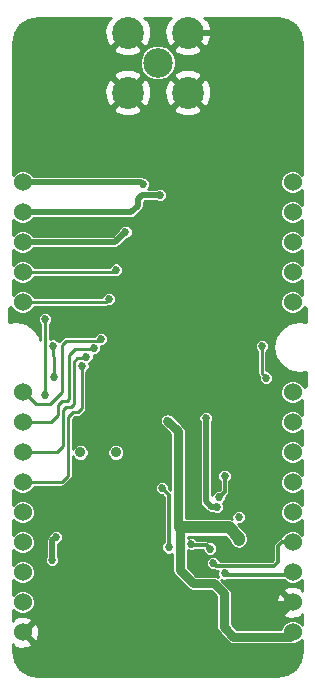
<source format=gbl>
%FSLAX46Y46*%
G04 Gerber Fmt 4.6, Leading zero omitted, Abs format (unit mm)*
G04 Created by KiCad (PCBNEW (2014-jul-16 BZR unknown)-product) date Mon 16 Mar 2015 03:56:46 PM CET*
%MOMM*%
G01*
G04 APERTURE LIST*
%ADD10C,0.150000*%
%ADD11C,1.524000*%
%ADD12C,0.900000*%
%ADD13C,2.499360*%
%ADD14C,2.700020*%
%ADD15C,0.685800*%
%ADD16C,0.762000*%
%ADD17C,1.016000*%
%ADD18C,0.254000*%
%ADD19C,0.508000*%
%ADD20C,0.304800*%
%ADD21C,0.228600*%
G04 APERTURE END LIST*
D10*
D11*
X163520000Y-79530000D03*
X163520000Y-82070000D03*
X163520000Y-84610000D03*
X163520000Y-87150000D03*
X163520000Y-89690000D03*
X163520000Y-97310000D03*
X163520000Y-99850000D03*
X163520000Y-102390000D03*
X163520000Y-104930000D03*
X163520000Y-107470000D03*
X163520000Y-110010000D03*
X163520000Y-112550000D03*
X163520000Y-115090000D03*
X163520000Y-117630000D03*
X186380000Y-79530000D03*
X186380000Y-82070000D03*
X186380000Y-84610000D03*
X186380000Y-87150000D03*
X186380000Y-89690000D03*
X186380000Y-97310000D03*
X186380000Y-99850000D03*
X186380000Y-102390000D03*
X186380000Y-104930000D03*
X186380000Y-107470000D03*
X186380000Y-110010000D03*
X186380000Y-112550000D03*
X186380000Y-115090000D03*
X186380000Y-117630000D03*
D12*
X168410000Y-102410000D03*
X171410000Y-102410000D03*
D13*
X174960000Y-69400000D03*
D14*
X177500000Y-66860000D03*
X172420000Y-66860000D03*
X172420000Y-71940000D03*
X177500000Y-71940000D03*
D15*
X175790000Y-99730000D03*
X176840000Y-108760000D03*
X181834500Y-109810000D03*
X181820000Y-107870000D03*
X169580000Y-93570000D03*
X170140000Y-92790000D03*
X170830000Y-89430000D03*
X171450000Y-86940000D03*
X172230000Y-83740000D03*
X183770000Y-93410000D03*
X184140000Y-96080000D03*
X179650000Y-111770000D03*
X175880000Y-110448198D03*
X175310000Y-105440000D03*
X180620000Y-104390000D03*
X180140000Y-106180000D03*
X179380000Y-110550000D03*
X177770000Y-110160000D03*
X180620000Y-112650000D03*
X166030000Y-111510000D03*
X166320000Y-109580000D03*
X178750000Y-119380000D03*
X171150000Y-119410000D03*
X174950000Y-94890000D03*
X178180000Y-101500000D03*
X183333100Y-109830000D03*
X181834500Y-116900000D03*
X170960000Y-76650000D03*
X172940000Y-76660000D03*
X176960000Y-76660000D03*
X178940000Y-76670000D03*
X172610000Y-113530000D03*
X174550000Y-113520000D03*
X167804500Y-114460000D03*
X172410000Y-120475000D03*
X174960000Y-120475000D03*
X177470000Y-120475000D03*
X175000000Y-108970000D03*
X181890000Y-66870000D03*
X185590000Y-66890000D03*
X185620000Y-70480000D03*
X181890000Y-70590000D03*
X185620000Y-74110000D03*
X185570000Y-77830000D03*
X168350000Y-66830000D03*
X164640000Y-66850000D03*
X164670000Y-70600000D03*
X168400000Y-70600000D03*
X164670000Y-78450000D03*
X164670000Y-74560000D03*
X168920000Y-94300000D03*
X168580000Y-95110000D03*
X165430000Y-97510000D03*
X165410000Y-91120000D03*
X166090000Y-93370000D03*
X166200000Y-96000000D03*
X175150000Y-80630000D03*
X173690000Y-79670000D03*
X179020000Y-99490000D03*
X180000000Y-107020000D03*
D16*
X184190000Y-118010000D02*
X186000000Y-118010000D01*
X186000000Y-118010000D02*
X186380000Y-117630000D01*
X175790000Y-99730000D02*
X176680000Y-100620000D01*
X176680000Y-100620000D02*
X176680000Y-108600000D01*
X176680000Y-108600000D02*
X176840000Y-108760000D01*
X176840000Y-108760000D02*
X176840000Y-112350000D01*
X181380000Y-118010000D02*
X184190000Y-118010000D01*
X184190000Y-118010000D02*
X186200000Y-118010000D01*
X180570000Y-117200000D02*
X181380000Y-118010000D01*
X180570000Y-114340000D02*
X180570000Y-117200000D01*
X179720000Y-113490000D02*
X180570000Y-114340000D01*
X177980000Y-113490000D02*
X179720000Y-113490000D01*
X176840000Y-112350000D02*
X177980000Y-113490000D01*
X186200000Y-118010000D02*
X186380000Y-117830000D01*
D17*
X181834500Y-109810000D02*
X181834500Y-109624500D01*
X180970000Y-108760000D02*
X176840000Y-108760000D01*
X181834500Y-109624500D02*
X180970000Y-108760000D01*
D16*
X181834500Y-109810000D02*
X181840000Y-109810000D01*
D18*
X163520000Y-99850000D02*
X165940000Y-99850000D01*
X165940000Y-99850000D02*
X166533598Y-99256402D01*
X166533598Y-98386402D02*
X166533598Y-99256402D01*
X169580000Y-93570000D02*
X169480000Y-93670000D01*
X169480000Y-93670000D02*
X168050000Y-93670000D01*
X167483598Y-94146402D02*
X167483598Y-97870000D01*
X167483598Y-97870000D02*
X167253598Y-98100000D01*
X167253598Y-98100000D02*
X166820000Y-98100000D01*
X166820000Y-98100000D02*
X166533598Y-98386402D01*
X167960000Y-93670000D02*
X167483598Y-94146402D01*
X168050000Y-93670000D02*
X167960000Y-93670000D01*
X164630000Y-98320000D02*
X163620000Y-97310000D01*
X165840000Y-98320000D02*
X164630000Y-98320000D01*
X166850000Y-97310000D02*
X165840000Y-98320000D01*
X166850000Y-93330000D02*
X166850000Y-97310000D01*
X167240000Y-92940000D02*
X166850000Y-93330000D01*
X169990000Y-92940000D02*
X167240000Y-92940000D01*
X170140000Y-92790000D02*
X169990000Y-92940000D01*
X163620000Y-97310000D02*
X163520000Y-97310000D01*
X170570000Y-89690000D02*
X163520000Y-89690000D01*
X170830000Y-89430000D02*
X170570000Y-89690000D01*
X171240000Y-87150000D02*
X163520000Y-87150000D01*
X171450000Y-86940000D02*
X171240000Y-87150000D01*
D19*
X171090000Y-84610000D02*
X171090000Y-84630000D01*
X171110000Y-84610000D02*
X171090000Y-84630000D01*
X171360000Y-84610000D02*
X171110000Y-84610000D01*
X171360000Y-84610000D02*
X172230000Y-83740000D01*
X171090000Y-84610000D02*
X163520000Y-84610000D01*
D18*
X183770000Y-93410000D02*
X183780000Y-93420000D01*
X183780000Y-93420000D02*
X183780000Y-95720000D01*
X183780000Y-95720000D02*
X184140000Y-96080000D01*
D20*
X179880000Y-112000000D02*
X184850000Y-112000000D01*
X179650000Y-111770000D02*
X179880000Y-112000000D01*
X185490000Y-110010000D02*
X186380000Y-110010000D01*
X185140000Y-110360000D02*
X185490000Y-110010000D01*
X185140000Y-111710000D02*
X185140000Y-110360000D01*
X184850000Y-112000000D02*
X185140000Y-111710000D01*
D18*
X186180000Y-110210000D02*
X186380000Y-110010000D01*
D20*
X175930000Y-106060000D02*
X175310000Y-105440000D01*
X175930000Y-110398198D02*
X175930000Y-106060000D01*
X175930000Y-110398198D02*
X175880000Y-110448198D01*
X180620000Y-105730000D02*
X180620000Y-104390000D01*
X180170000Y-106180000D02*
X180620000Y-105730000D01*
X180140000Y-106180000D02*
X180170000Y-106180000D01*
X186100000Y-112830000D02*
X180800000Y-112830000D01*
X179100000Y-110270000D02*
X179380000Y-110550000D01*
X177880000Y-110270000D02*
X179100000Y-110270000D01*
X177880000Y-110270000D02*
X177770000Y-110160000D01*
X180620000Y-112650000D02*
X180800000Y-112830000D01*
X186100000Y-112830000D02*
X186380000Y-112550000D01*
D18*
X186100000Y-112830000D02*
X186380000Y-112550000D01*
D20*
X186300000Y-112830000D02*
X186380000Y-112750000D01*
D19*
X166030000Y-109870000D02*
X166030000Y-111510000D01*
X166320000Y-109580000D02*
X166030000Y-109870000D01*
X178750000Y-119380000D02*
X178740000Y-119370000D01*
D16*
X184990000Y-115290000D02*
X186180000Y-115290000D01*
X186180000Y-115290000D02*
X186380000Y-115090000D01*
X181834500Y-116900000D02*
X181834500Y-115765500D01*
X182310000Y-115290000D02*
X184990000Y-115290000D01*
X184990000Y-115290000D02*
X186380000Y-115290000D01*
X181834500Y-115765500D02*
X182310000Y-115290000D01*
D19*
X183333100Y-109830000D02*
X183360000Y-109830000D01*
X181834500Y-116900000D02*
X181850000Y-116900000D01*
D16*
X170960000Y-76650000D02*
X170970000Y-76660000D01*
X170970000Y-76660000D02*
X172940000Y-76660000D01*
X176960000Y-76660000D02*
X176970000Y-76670000D01*
X176970000Y-76670000D02*
X178940000Y-76670000D01*
D19*
X167804500Y-114460000D02*
X167810000Y-114460000D01*
X172410000Y-120475000D02*
X172410000Y-120480000D01*
X174960000Y-120475000D02*
X174960000Y-120490000D01*
X177470000Y-120475000D02*
X177470000Y-120460000D01*
D20*
X175000000Y-108970000D02*
X175010000Y-108970000D01*
D19*
X181880000Y-66860000D02*
X181890000Y-66870000D01*
X185590000Y-66890000D02*
X185620000Y-66920000D01*
X185620000Y-66920000D02*
X185620000Y-70480000D01*
X181890000Y-70590000D02*
X181890000Y-70630000D01*
X177500000Y-66860000D02*
X181880000Y-66860000D01*
X185620000Y-74110000D02*
X185570000Y-74160000D01*
X185570000Y-74160000D02*
X185570000Y-77830000D01*
X168350000Y-66830000D02*
X168330000Y-66850000D01*
X168330000Y-66850000D02*
X164640000Y-66850000D01*
X164670000Y-70600000D02*
X168400000Y-70600000D01*
X164670000Y-78450000D02*
X164670000Y-74560000D01*
D18*
X163520000Y-102390000D02*
X166420000Y-102390000D01*
X166420000Y-102390000D02*
X166940000Y-101870000D01*
X166940000Y-101870000D02*
X166940000Y-98820000D01*
X168920000Y-94300000D02*
X168760000Y-94460000D01*
X168760000Y-94460000D02*
X168150000Y-94460000D01*
X168150000Y-94460000D02*
X167890000Y-94720000D01*
X167890000Y-94720000D02*
X167890000Y-98280000D01*
X167890000Y-98280000D02*
X167640000Y-98530000D01*
X167640000Y-98530000D02*
X167230000Y-98530000D01*
X167230000Y-98530000D02*
X166940000Y-98820000D01*
X163520000Y-104930000D02*
X166820000Y-104930000D01*
X166820000Y-104930000D02*
X167360000Y-104390000D01*
X168520000Y-95900000D02*
X168530000Y-95900000D01*
X168530000Y-95890000D02*
X168520000Y-95900000D01*
X168530000Y-95160000D02*
X168530000Y-95890000D01*
X168580000Y-95110000D02*
X168530000Y-95160000D01*
X168530000Y-95900000D02*
X168530000Y-98680000D01*
X168530000Y-98680000D02*
X168200000Y-99010000D01*
X168200000Y-99010000D02*
X167790000Y-99010000D01*
X167790000Y-99010000D02*
X167360000Y-99440000D01*
X167360000Y-99440000D02*
X167360000Y-104390000D01*
X165430000Y-92470000D02*
X165430000Y-97510000D01*
X165410000Y-92450000D02*
X165430000Y-92470000D01*
X165410000Y-91120000D02*
X165410000Y-92450000D01*
X166090000Y-93370000D02*
X166090000Y-94260000D01*
X166090000Y-94260000D02*
X166200000Y-94370000D01*
X166200000Y-94370000D02*
X166200000Y-96000000D01*
D19*
X163520000Y-82070000D02*
X172720000Y-82070000D01*
X173630000Y-80630000D02*
X175150000Y-80630000D01*
X173270000Y-80990000D02*
X173630000Y-80630000D01*
X173270000Y-81520000D02*
X173270000Y-80990000D01*
X172720000Y-82070000D02*
X173270000Y-81520000D01*
X163520000Y-79530000D02*
X173550000Y-79530000D01*
X173550000Y-79530000D02*
X173690000Y-79670000D01*
X179020000Y-99490000D02*
X179030000Y-99500000D01*
X179030000Y-99500000D02*
X179030000Y-106540000D01*
X179030000Y-106540000D02*
X179510000Y-107020000D01*
X179510000Y-107020000D02*
X180000000Y-107020000D01*
D21*
G36*
X187192800Y-116988147D02*
X187163723Y-116959019D01*
X186963472Y-116758419D01*
X186585519Y-116601479D01*
X186176277Y-116601122D01*
X185798050Y-116757402D01*
X185508419Y-117046528D01*
X185377298Y-117362300D01*
X184190000Y-117362300D01*
X181648286Y-117362300D01*
X181217700Y-116931714D01*
X181217700Y-114340000D01*
X181168397Y-114092136D01*
X181027993Y-113882007D01*
X180339633Y-113193647D01*
X180498211Y-113259494D01*
X180740725Y-113259706D01*
X180777314Y-113244587D01*
X180800000Y-113249100D01*
X185624347Y-113249100D01*
X185796528Y-113421581D01*
X186174481Y-113578521D01*
X186583723Y-113578878D01*
X186961950Y-113422598D01*
X187192800Y-113192150D01*
X187192800Y-114079631D01*
X187163722Y-114108709D01*
X187092518Y-113871630D01*
X186572031Y-113691704D01*
X186022309Y-113724656D01*
X185667482Y-113871630D01*
X185596277Y-114108712D01*
X186380000Y-114892434D01*
X186394142Y-114878292D01*
X186591707Y-115075857D01*
X186577566Y-115090000D01*
X186591708Y-115104142D01*
X186394142Y-115301707D01*
X186380000Y-115287566D01*
X186182434Y-115485131D01*
X186182434Y-115090000D01*
X185398712Y-114306277D01*
X185161630Y-114377482D01*
X184981704Y-114897969D01*
X185014656Y-115447691D01*
X185161630Y-115802518D01*
X185398712Y-115873723D01*
X186182434Y-115090000D01*
X186182434Y-115485131D01*
X185596277Y-116071288D01*
X185667482Y-116308370D01*
X186187969Y-116488296D01*
X186737691Y-116455344D01*
X187092518Y-116308370D01*
X187163722Y-116071290D01*
X187163723Y-116071291D01*
X187192800Y-116100368D01*
X187192800Y-116988147D01*
X187192800Y-116988147D01*
G37*
X187192800Y-116988147D02*
X187163723Y-116959019D01*
X186963472Y-116758419D01*
X186585519Y-116601479D01*
X186176277Y-116601122D01*
X185798050Y-116757402D01*
X185508419Y-117046528D01*
X185377298Y-117362300D01*
X184190000Y-117362300D01*
X181648286Y-117362300D01*
X181217700Y-116931714D01*
X181217700Y-114340000D01*
X181168397Y-114092136D01*
X181027993Y-113882007D01*
X180339633Y-113193647D01*
X180498211Y-113259494D01*
X180740725Y-113259706D01*
X180777314Y-113244587D01*
X180800000Y-113249100D01*
X185624347Y-113249100D01*
X185796528Y-113421581D01*
X186174481Y-113578521D01*
X186583723Y-113578878D01*
X186961950Y-113422598D01*
X187192800Y-113192150D01*
X187192800Y-114079631D01*
X187163722Y-114108709D01*
X187092518Y-113871630D01*
X186572031Y-113691704D01*
X186022309Y-113724656D01*
X185667482Y-113871630D01*
X185596277Y-114108712D01*
X186380000Y-114892434D01*
X186394142Y-114878292D01*
X186591707Y-115075857D01*
X186577566Y-115090000D01*
X186591708Y-115104142D01*
X186394142Y-115301707D01*
X186380000Y-115287566D01*
X186182434Y-115485131D01*
X186182434Y-115090000D01*
X185398712Y-114306277D01*
X185161630Y-114377482D01*
X184981704Y-114897969D01*
X185014656Y-115447691D01*
X185161630Y-115802518D01*
X185398712Y-115873723D01*
X186182434Y-115090000D01*
X186182434Y-115485131D01*
X185596277Y-116071288D01*
X185667482Y-116308370D01*
X186187969Y-116488296D01*
X186737691Y-116455344D01*
X187092518Y-116308370D01*
X187163722Y-116071290D01*
X187163723Y-116071291D01*
X187192800Y-116100368D01*
X187192800Y-116988147D01*
G36*
X187526849Y-90203180D02*
X187526426Y-91397458D01*
X186950000Y-91282800D01*
X186105341Y-91450813D01*
X185389274Y-91929274D01*
X184910813Y-92645341D01*
X184742800Y-93490000D01*
X184910813Y-94334659D01*
X185389274Y-95050726D01*
X186105341Y-95529187D01*
X186950000Y-95697200D01*
X187524944Y-95582836D01*
X187524518Y-96788841D01*
X187499773Y-96802681D01*
X187475037Y-96807602D01*
X187393149Y-96862318D01*
X187378973Y-96870247D01*
X187376396Y-96873512D01*
X187326711Y-96906711D01*
X187326530Y-96906980D01*
X187252598Y-96728050D01*
X186963472Y-96438419D01*
X186585519Y-96281479D01*
X186176277Y-96281122D01*
X185798050Y-96437402D01*
X185508419Y-96726528D01*
X185351479Y-97104481D01*
X185351122Y-97513723D01*
X185507402Y-97891950D01*
X185796528Y-98181581D01*
X186174481Y-98338521D01*
X186583723Y-98338878D01*
X186961950Y-98182598D01*
X187192800Y-97952150D01*
X187192800Y-98220000D01*
X187194789Y-98230000D01*
X187192800Y-98240000D01*
X187192800Y-99208147D01*
X186963472Y-98978419D01*
X186585519Y-98821479D01*
X186176277Y-98821122D01*
X185798050Y-98977402D01*
X185508419Y-99266528D01*
X185351479Y-99644481D01*
X185351122Y-100053723D01*
X185507402Y-100431950D01*
X185796528Y-100721581D01*
X186174481Y-100878521D01*
X186583723Y-100878878D01*
X186961950Y-100722598D01*
X187192800Y-100492150D01*
X187192800Y-101748147D01*
X186963472Y-101518419D01*
X186585519Y-101361479D01*
X186176277Y-101361122D01*
X185798050Y-101517402D01*
X185508419Y-101806528D01*
X185351479Y-102184481D01*
X185351122Y-102593723D01*
X185507402Y-102971950D01*
X185796528Y-103261581D01*
X186174481Y-103418521D01*
X186583723Y-103418878D01*
X186961950Y-103262598D01*
X187192800Y-103032150D01*
X187192800Y-104288147D01*
X186963472Y-104058419D01*
X186585519Y-103901479D01*
X186176277Y-103901122D01*
X185798050Y-104057402D01*
X185508419Y-104346528D01*
X185351479Y-104724481D01*
X185351122Y-105133723D01*
X185507402Y-105511950D01*
X185796528Y-105801581D01*
X186174481Y-105958521D01*
X186583723Y-105958878D01*
X186961950Y-105802598D01*
X187192800Y-105572150D01*
X187192800Y-106828147D01*
X186963472Y-106598419D01*
X186585519Y-106441479D01*
X186176277Y-106441122D01*
X185798050Y-106597402D01*
X185508419Y-106886528D01*
X185351479Y-107264481D01*
X185351122Y-107673723D01*
X185507402Y-108051950D01*
X185796528Y-108341581D01*
X186174481Y-108498521D01*
X186583723Y-108498878D01*
X186961950Y-108342598D01*
X187192800Y-108112150D01*
X187192800Y-109368147D01*
X186963472Y-109138419D01*
X186585519Y-108981479D01*
X186176277Y-108981122D01*
X185798050Y-109137402D01*
X185508419Y-109426528D01*
X185435679Y-109601705D01*
X185329617Y-109622802D01*
X185275157Y-109659191D01*
X185193652Y-109713651D01*
X184843652Y-110063652D01*
X184752802Y-110199617D01*
X184749706Y-110215181D01*
X184749706Y-95959275D01*
X184657095Y-95735140D01*
X184485762Y-95563507D01*
X184261789Y-95470506D01*
X184173700Y-95470428D01*
X184173700Y-93868357D01*
X184286493Y-93755762D01*
X184379494Y-93531789D01*
X184379706Y-93289275D01*
X184287095Y-93065140D01*
X184115762Y-92893507D01*
X183891789Y-92800506D01*
X183649275Y-92800294D01*
X183425140Y-92892905D01*
X183253507Y-93064238D01*
X183160506Y-93288211D01*
X183160294Y-93530725D01*
X183252905Y-93754860D01*
X183386300Y-93888488D01*
X183386300Y-95720000D01*
X183416269Y-95870663D01*
X183501612Y-95998388D01*
X183530445Y-96027221D01*
X183530294Y-96200725D01*
X183622905Y-96424860D01*
X183794238Y-96596493D01*
X184018211Y-96689494D01*
X184260725Y-96689706D01*
X184484860Y-96597095D01*
X184656493Y-96425762D01*
X184749494Y-96201789D01*
X184749706Y-95959275D01*
X184749706Y-110215181D01*
X184720900Y-110360000D01*
X184720900Y-111536404D01*
X184676404Y-111580900D01*
X180231453Y-111580900D01*
X180167095Y-111425140D01*
X179995762Y-111253507D01*
X179771789Y-111160506D01*
X179529275Y-111160294D01*
X179305140Y-111252905D01*
X179133507Y-111424238D01*
X179040506Y-111648211D01*
X179040294Y-111890725D01*
X179132905Y-112114860D01*
X179304238Y-112286493D01*
X179528211Y-112379494D01*
X179708322Y-112379651D01*
X179719617Y-112387198D01*
X179880000Y-112419100D01*
X180055812Y-112419100D01*
X180010506Y-112528211D01*
X180010294Y-112770725D01*
X180095470Y-112976867D01*
X179967864Y-112891603D01*
X179720000Y-112842300D01*
X178248286Y-112842300D01*
X177487700Y-112081714D01*
X177487700Y-110702844D01*
X177648211Y-110769494D01*
X177890725Y-110769706D01*
X178085805Y-110689100D01*
X178777886Y-110689100D01*
X178862905Y-110894860D01*
X179034238Y-111066493D01*
X179258211Y-111159494D01*
X179500725Y-111159706D01*
X179724860Y-111067095D01*
X179896493Y-110895762D01*
X179989494Y-110671789D01*
X179989706Y-110429275D01*
X179897095Y-110205140D01*
X179725762Y-110033507D01*
X179501789Y-109940506D01*
X179346538Y-109940370D01*
X179260383Y-109882802D01*
X179100000Y-109850900D01*
X178301870Y-109850900D01*
X178287095Y-109815140D01*
X178115762Y-109643507D01*
X177891789Y-109550506D01*
X177649275Y-109550294D01*
X177487700Y-109617055D01*
X177487700Y-109534700D01*
X180649108Y-109534700D01*
X181093418Y-109979009D01*
X181118771Y-110106465D01*
X181286704Y-110357796D01*
X181538035Y-110525729D01*
X181834500Y-110584700D01*
X182130965Y-110525729D01*
X182382296Y-110357796D01*
X182550229Y-110106465D01*
X182609200Y-109810000D01*
X182609200Y-109624505D01*
X182609200Y-109624500D01*
X182609201Y-109624500D01*
X182550230Y-109328036D01*
X182550229Y-109328035D01*
X182494505Y-109244638D01*
X182382296Y-109076705D01*
X182382296Y-109076704D01*
X182382292Y-109076701D01*
X181785161Y-108479570D01*
X181940725Y-108479706D01*
X182164860Y-108387095D01*
X182336493Y-108215762D01*
X182429494Y-107991789D01*
X182429706Y-107749275D01*
X182337095Y-107525140D01*
X182165762Y-107353507D01*
X181941789Y-107260506D01*
X181699275Y-107260294D01*
X181475140Y-107352905D01*
X181303507Y-107524238D01*
X181229706Y-107701971D01*
X181229706Y-104269275D01*
X181137095Y-104045140D01*
X180965762Y-103873507D01*
X180741789Y-103780506D01*
X180499275Y-103780294D01*
X180275140Y-103872905D01*
X180103507Y-104044238D01*
X180010506Y-104268211D01*
X180010294Y-104510725D01*
X180102905Y-104734860D01*
X180200900Y-104833026D01*
X180200900Y-105556403D01*
X180186862Y-105570440D01*
X180019275Y-105570294D01*
X179795140Y-105662905D01*
X179623507Y-105834238D01*
X179550700Y-106009578D01*
X179550700Y-99801547D01*
X179629494Y-99611789D01*
X179629706Y-99369275D01*
X179537095Y-99145140D01*
X179483276Y-99091226D01*
X179483276Y-72272473D01*
X179459540Y-71488198D01*
X179205076Y-70873868D01*
X178907007Y-70730559D01*
X178709441Y-70928125D01*
X178709441Y-70532993D01*
X178709441Y-68267007D01*
X177500000Y-67057566D01*
X176290559Y-68267007D01*
X176433868Y-68565076D01*
X177167527Y-68843276D01*
X177951802Y-68819540D01*
X178566132Y-68565076D01*
X178709441Y-68267007D01*
X178709441Y-70532993D01*
X178566132Y-70234924D01*
X177832473Y-69956724D01*
X177048198Y-69980460D01*
X176476643Y-70217206D01*
X176476643Y-69099697D01*
X176246274Y-68542162D01*
X175820082Y-68115225D01*
X175262950Y-67883883D01*
X174659697Y-67883357D01*
X174102162Y-68113726D01*
X173675225Y-68539918D01*
X173629441Y-68650177D01*
X173629441Y-68267007D01*
X172420000Y-67057566D01*
X171210559Y-68267007D01*
X171353868Y-68565076D01*
X172087527Y-68843276D01*
X172871802Y-68819540D01*
X173486132Y-68565076D01*
X173629441Y-68267007D01*
X173629441Y-68650177D01*
X173443883Y-69097050D01*
X173443357Y-69700303D01*
X173673726Y-70257838D01*
X174099918Y-70684775D01*
X174657050Y-70916117D01*
X175260303Y-70916643D01*
X175817838Y-70686274D01*
X176244775Y-70260082D01*
X176476117Y-69702950D01*
X176476643Y-69099697D01*
X176476643Y-70217206D01*
X176433868Y-70234924D01*
X176290559Y-70532993D01*
X177500000Y-71742434D01*
X178709441Y-70532993D01*
X178709441Y-70928125D01*
X177697566Y-71940000D01*
X178907007Y-73149441D01*
X179205076Y-73006132D01*
X179483276Y-72272473D01*
X179483276Y-99091226D01*
X179365762Y-98973507D01*
X179141789Y-98880506D01*
X178899275Y-98880294D01*
X178709441Y-98958732D01*
X178709441Y-73347007D01*
X177500000Y-72137566D01*
X177302434Y-72335132D01*
X177302434Y-71940000D01*
X176092993Y-70730559D01*
X175794924Y-70873868D01*
X175516724Y-71607527D01*
X175540460Y-72391802D01*
X175794924Y-73006132D01*
X176092993Y-73149441D01*
X177302434Y-71940000D01*
X177302434Y-72335132D01*
X176290559Y-73347007D01*
X176433868Y-73645076D01*
X177167527Y-73923276D01*
X177951802Y-73899540D01*
X178566132Y-73645076D01*
X178709441Y-73347007D01*
X178709441Y-98958732D01*
X178675140Y-98972905D01*
X178503507Y-99144238D01*
X178410506Y-99368211D01*
X178410294Y-99610725D01*
X178502905Y-99834860D01*
X178509300Y-99841266D01*
X178509300Y-106539994D01*
X178509299Y-106540000D01*
X178548936Y-106739263D01*
X178661809Y-106908191D01*
X179141806Y-107388187D01*
X179141809Y-107388191D01*
X179141810Y-107388191D01*
X179310737Y-107501064D01*
X179510000Y-107540701D01*
X179510000Y-107540700D01*
X179510005Y-107540700D01*
X179664369Y-107540700D01*
X179878211Y-107629494D01*
X180120725Y-107629706D01*
X180344860Y-107537095D01*
X180516493Y-107365762D01*
X180609494Y-107141789D01*
X180609706Y-106899275D01*
X180517095Y-106675140D01*
X180511983Y-106670019D01*
X180656493Y-106525762D01*
X180749494Y-106301789D01*
X180749589Y-106193107D01*
X180916348Y-106026349D01*
X180916348Y-106026348D01*
X180961773Y-105958365D01*
X181007198Y-105890383D01*
X181007198Y-105890382D01*
X181039099Y-105730000D01*
X181039100Y-105730000D01*
X181039100Y-104832984D01*
X181136493Y-104735762D01*
X181229494Y-104511789D01*
X181229706Y-104269275D01*
X181229706Y-107701971D01*
X181210506Y-107748211D01*
X181210294Y-107990725D01*
X181229369Y-108036892D01*
X181217277Y-108034486D01*
X180970000Y-107985299D01*
X180969994Y-107985300D01*
X177327700Y-107985300D01*
X177327700Y-100620000D01*
X177278397Y-100372136D01*
X177137993Y-100162007D01*
X176247993Y-99272007D01*
X176037864Y-99131603D01*
X175790000Y-99082300D01*
X175542136Y-99131603D01*
X175332007Y-99272007D01*
X175191603Y-99482136D01*
X175142300Y-99730000D01*
X175191603Y-99977864D01*
X175332007Y-100187993D01*
X176032300Y-100888286D01*
X176032300Y-105569603D01*
X175919585Y-105456889D01*
X175919706Y-105319275D01*
X175827095Y-105095140D01*
X175655762Y-104923507D01*
X175431789Y-104830506D01*
X175189275Y-104830294D01*
X174965140Y-104922905D01*
X174793507Y-105094238D01*
X174700506Y-105318211D01*
X174700294Y-105560725D01*
X174792905Y-105784860D01*
X174964238Y-105956493D01*
X175188211Y-106049494D01*
X175326918Y-106049615D01*
X175510900Y-106233596D01*
X175510900Y-109955300D01*
X175363507Y-110102436D01*
X175270506Y-110326409D01*
X175270294Y-110568923D01*
X175362905Y-110793058D01*
X175534238Y-110964691D01*
X175758211Y-111057692D01*
X176000725Y-111057904D01*
X176192300Y-110978746D01*
X176192300Y-112350000D01*
X176241603Y-112597864D01*
X176382007Y-112807993D01*
X177522007Y-113947993D01*
X177732135Y-114088397D01*
X177732136Y-114088397D01*
X177980000Y-114137700D01*
X179451714Y-114137700D01*
X179922300Y-114608286D01*
X179922300Y-117200000D01*
X179971603Y-117447864D01*
X180112007Y-117657993D01*
X180922007Y-118467993D01*
X181132136Y-118608397D01*
X181380000Y-118657700D01*
X184190000Y-118657700D01*
X186000000Y-118657700D01*
X186172503Y-118657700D01*
X186174481Y-118658521D01*
X186583723Y-118658878D01*
X186961950Y-118502598D01*
X187192800Y-118272150D01*
X187192800Y-118930000D01*
X187194789Y-118940000D01*
X187192800Y-118950000D01*
X187192800Y-119264970D01*
X187029026Y-120088317D01*
X186588144Y-120748144D01*
X185928317Y-121189026D01*
X185104970Y-121352800D01*
X172126824Y-121352800D01*
X172126824Y-102268065D01*
X172017943Y-102004552D01*
X171816508Y-101802766D01*
X171553186Y-101693425D01*
X171268065Y-101693176D01*
X171004552Y-101802057D01*
X170802766Y-102003492D01*
X170693425Y-102266814D01*
X170693176Y-102551935D01*
X170802057Y-102815448D01*
X171003492Y-103017234D01*
X171266814Y-103126575D01*
X171551935Y-103126824D01*
X171815448Y-103017943D01*
X172017234Y-102816508D01*
X172126575Y-102553186D01*
X172126824Y-102268065D01*
X172126824Y-121352800D01*
X166929706Y-121352800D01*
X166929706Y-109459275D01*
X166837095Y-109235140D01*
X166665762Y-109063507D01*
X166441789Y-108970506D01*
X166199275Y-108970294D01*
X165975140Y-109062905D01*
X165803507Y-109234238D01*
X165714126Y-109449491D01*
X165661809Y-109501809D01*
X165548936Y-109670737D01*
X165509299Y-109870000D01*
X165509300Y-109870005D01*
X165509300Y-111174369D01*
X165420506Y-111388211D01*
X165420294Y-111630725D01*
X165512905Y-111854860D01*
X165684238Y-112026493D01*
X165908211Y-112119494D01*
X166150725Y-112119706D01*
X166374860Y-112027095D01*
X166546493Y-111855762D01*
X166639494Y-111631789D01*
X166639706Y-111389275D01*
X166550700Y-111173864D01*
X166550700Y-110144265D01*
X166664860Y-110097095D01*
X166836493Y-109925762D01*
X166929494Y-109701789D01*
X166929706Y-109459275D01*
X166929706Y-121352800D01*
X164918296Y-121352800D01*
X164918296Y-117822031D01*
X164885344Y-117272309D01*
X164738370Y-116917482D01*
X164501288Y-116846277D01*
X164303723Y-117043842D01*
X163717566Y-117630000D01*
X164501288Y-118413723D01*
X164738370Y-118342518D01*
X164918296Y-117822031D01*
X164918296Y-121352800D01*
X164795029Y-121352800D01*
X164303723Y-121255073D01*
X163971682Y-121189026D01*
X163311855Y-120748144D01*
X162870973Y-120088317D01*
X162707200Y-119264970D01*
X162707200Y-119040000D01*
X162707200Y-118640368D01*
X162736277Y-118611290D01*
X162807482Y-118848370D01*
X163327969Y-119028296D01*
X163877691Y-118995344D01*
X164232518Y-118848370D01*
X164303723Y-118611288D01*
X163520000Y-117827566D01*
X163505857Y-117841707D01*
X163308292Y-117644142D01*
X163322434Y-117630000D01*
X163308292Y-117615857D01*
X163505857Y-117418292D01*
X163520000Y-117432434D01*
X164303723Y-116648712D01*
X164232518Y-116411630D01*
X163712031Y-116231704D01*
X163162309Y-116264656D01*
X162807482Y-116411630D01*
X162736277Y-116648709D01*
X162707200Y-116619631D01*
X162707200Y-115731852D01*
X162936528Y-115961581D01*
X163314481Y-116118521D01*
X163723723Y-116118878D01*
X164101950Y-115962598D01*
X164391581Y-115673472D01*
X164548521Y-115295519D01*
X164548878Y-114886277D01*
X164392598Y-114508050D01*
X164103472Y-114218419D01*
X163725519Y-114061479D01*
X163316277Y-114061122D01*
X162938050Y-114217402D01*
X162707200Y-114447849D01*
X162707200Y-113191852D01*
X162936528Y-113421581D01*
X163314481Y-113578521D01*
X163723723Y-113578878D01*
X164101950Y-113422598D01*
X164391581Y-113133472D01*
X164548521Y-112755519D01*
X164548878Y-112346277D01*
X164392598Y-111968050D01*
X164103472Y-111678419D01*
X163725519Y-111521479D01*
X163316277Y-111521122D01*
X162938050Y-111677402D01*
X162707200Y-111907849D01*
X162707200Y-110651852D01*
X162936528Y-110881581D01*
X163314481Y-111038521D01*
X163723723Y-111038878D01*
X164101950Y-110882598D01*
X164391581Y-110593472D01*
X164548521Y-110215519D01*
X164548878Y-109806277D01*
X164392598Y-109428050D01*
X164103472Y-109138419D01*
X163725519Y-108981479D01*
X163316277Y-108981122D01*
X162938050Y-109137402D01*
X162707200Y-109367849D01*
X162707200Y-108111852D01*
X162936528Y-108341581D01*
X163314481Y-108498521D01*
X163723723Y-108498878D01*
X164101950Y-108342598D01*
X164391581Y-108053472D01*
X164548521Y-107675519D01*
X164548878Y-107266277D01*
X164392598Y-106888050D01*
X164103472Y-106598419D01*
X163725519Y-106441479D01*
X163316277Y-106441122D01*
X162938050Y-106597402D01*
X162707200Y-106827849D01*
X162707200Y-105571852D01*
X162936528Y-105801581D01*
X163314481Y-105958521D01*
X163723723Y-105958878D01*
X164101950Y-105802598D01*
X164391581Y-105513472D01*
X164470381Y-105323700D01*
X166820000Y-105323700D01*
X166970662Y-105293731D01*
X166970663Y-105293731D01*
X167098388Y-105208388D01*
X167638388Y-104668388D01*
X167723731Y-104540663D01*
X167723731Y-104540662D01*
X167753700Y-104390000D01*
X167753700Y-102698414D01*
X167802057Y-102815448D01*
X168003492Y-103017234D01*
X168266814Y-103126575D01*
X168551935Y-103126824D01*
X168815448Y-103017943D01*
X169017234Y-102816508D01*
X169126575Y-102553186D01*
X169126824Y-102268065D01*
X169017943Y-102004552D01*
X168816508Y-101802766D01*
X168553186Y-101693425D01*
X168268065Y-101693176D01*
X168004552Y-101802057D01*
X167802766Y-102003492D01*
X167753700Y-102121655D01*
X167753700Y-99603076D01*
X167953076Y-99403700D01*
X168200000Y-99403700D01*
X168350662Y-99373731D01*
X168350663Y-99373731D01*
X168478388Y-99288388D01*
X168808388Y-98958388D01*
X168893730Y-98830663D01*
X168893731Y-98830662D01*
X168923700Y-98680000D01*
X168923700Y-95900000D01*
X168922705Y-95895000D01*
X168923700Y-95890000D01*
X168923700Y-95627574D01*
X168924860Y-95627095D01*
X169096493Y-95455762D01*
X169189494Y-95231789D01*
X169189706Y-94989275D01*
X169139897Y-94868728D01*
X169264860Y-94817095D01*
X169436493Y-94645762D01*
X169529494Y-94421789D01*
X169529705Y-94179556D01*
X169700725Y-94179706D01*
X169924860Y-94087095D01*
X170096493Y-93915762D01*
X170189494Y-93691789D01*
X170189706Y-93449275D01*
X170169191Y-93399625D01*
X170260725Y-93399706D01*
X170484860Y-93307095D01*
X170656493Y-93135762D01*
X170749494Y-92911789D01*
X170749706Y-92669275D01*
X170657095Y-92445140D01*
X170485762Y-92273507D01*
X170261789Y-92180506D01*
X170019275Y-92180294D01*
X169795140Y-92272905D01*
X169623507Y-92444238D01*
X169581127Y-92546300D01*
X167240000Y-92546300D01*
X167089337Y-92576269D01*
X166961612Y-92661612D01*
X166602593Y-93020630D01*
X166435762Y-92853507D01*
X166211789Y-92760506D01*
X165969275Y-92760294D01*
X165823700Y-92820444D01*
X165823700Y-92470000D01*
X165803700Y-92369454D01*
X165803700Y-91588340D01*
X165926493Y-91465762D01*
X166019494Y-91241789D01*
X166019706Y-90999275D01*
X165927095Y-90775140D01*
X165755762Y-90603507D01*
X165531789Y-90510506D01*
X165289275Y-90510294D01*
X165065140Y-90602905D01*
X164893507Y-90774238D01*
X164800506Y-90998211D01*
X164800294Y-91240725D01*
X164892905Y-91464860D01*
X165016300Y-91588471D01*
X165016300Y-92450000D01*
X165036300Y-92550545D01*
X165036300Y-92882194D01*
X164989187Y-92645341D01*
X164510726Y-91929274D01*
X163794659Y-91450813D01*
X162950000Y-91282800D01*
X162361114Y-91399936D01*
X162362199Y-90173481D01*
X162372107Y-90169901D01*
X162389370Y-90159477D01*
X162424963Y-90152398D01*
X162560565Y-90061790D01*
X162647402Y-90271950D01*
X162936528Y-90561581D01*
X163314481Y-90718521D01*
X163723723Y-90718878D01*
X164101950Y-90562598D01*
X164391581Y-90273472D01*
X164470381Y-90083700D01*
X170570000Y-90083700D01*
X170720662Y-90053731D01*
X170720663Y-90053731D01*
X170741925Y-90039523D01*
X170741926Y-90039523D01*
X170950725Y-90039706D01*
X171174860Y-89947095D01*
X171346493Y-89775762D01*
X171439494Y-89551789D01*
X171439706Y-89309275D01*
X171347095Y-89085140D01*
X171175762Y-88913507D01*
X170951789Y-88820506D01*
X170709275Y-88820294D01*
X170485140Y-88912905D01*
X170313507Y-89084238D01*
X170225451Y-89296300D01*
X164470381Y-89296300D01*
X164392598Y-89108050D01*
X164103472Y-88818419D01*
X163725519Y-88661479D01*
X163316277Y-88661122D01*
X162938050Y-88817402D01*
X162707200Y-89047849D01*
X162707200Y-87791852D01*
X162936528Y-88021581D01*
X163314481Y-88178521D01*
X163723723Y-88178878D01*
X164101950Y-88022598D01*
X164391581Y-87733472D01*
X164470381Y-87543700D01*
X171240000Y-87543700D01*
X171290206Y-87533713D01*
X171328211Y-87549494D01*
X171570725Y-87549706D01*
X171794860Y-87457095D01*
X171966493Y-87285762D01*
X172059494Y-87061789D01*
X172059706Y-86819275D01*
X171967095Y-86595140D01*
X171795762Y-86423507D01*
X171571789Y-86330506D01*
X171329275Y-86330294D01*
X171105140Y-86422905D01*
X170933507Y-86594238D01*
X170866213Y-86756300D01*
X164470381Y-86756300D01*
X164392598Y-86568050D01*
X164103472Y-86278419D01*
X163725519Y-86121479D01*
X163316277Y-86121122D01*
X162938050Y-86277402D01*
X162707200Y-86507849D01*
X162707200Y-85251852D01*
X162936528Y-85481581D01*
X163314481Y-85638521D01*
X163723723Y-85638878D01*
X164101950Y-85482598D01*
X164391581Y-85193472D01*
X164417646Y-85130700D01*
X170989451Y-85130700D01*
X170989453Y-85130700D01*
X171090000Y-85150701D01*
X171090000Y-85150700D01*
X171190546Y-85130700D01*
X171190548Y-85130700D01*
X171359994Y-85130700D01*
X171360000Y-85130701D01*
X171360000Y-85130700D01*
X171559263Y-85091064D01*
X171728191Y-84978191D01*
X172360865Y-84345516D01*
X172574860Y-84257095D01*
X172746493Y-84085762D01*
X172839494Y-83861789D01*
X172839706Y-83619275D01*
X172747095Y-83395140D01*
X172575762Y-83223507D01*
X172351789Y-83130506D01*
X172109275Y-83130294D01*
X171885140Y-83222905D01*
X171713507Y-83394238D01*
X171624126Y-83609492D01*
X171144318Y-84089300D01*
X171110005Y-84089300D01*
X171110000Y-84089299D01*
X171099997Y-84091288D01*
X171090000Y-84089300D01*
X164417905Y-84089300D01*
X164392598Y-84028050D01*
X164103472Y-83738419D01*
X163725519Y-83581479D01*
X163316277Y-83581122D01*
X162938050Y-83737402D01*
X162707200Y-83967849D01*
X162707200Y-82711852D01*
X162936528Y-82941581D01*
X163314481Y-83098521D01*
X163723723Y-83098878D01*
X164101950Y-82942598D01*
X164391581Y-82653472D01*
X164417646Y-82590700D01*
X172719994Y-82590700D01*
X172720000Y-82590701D01*
X172720000Y-82590700D01*
X172919263Y-82551064D01*
X173088191Y-82438191D01*
X173638187Y-81888193D01*
X173638190Y-81888191D01*
X173638191Y-81888191D01*
X173705853Y-81786926D01*
X173751064Y-81719264D01*
X173751064Y-81719263D01*
X173790700Y-81520000D01*
X173790700Y-81205681D01*
X173845681Y-81150700D01*
X174814369Y-81150700D01*
X175028211Y-81239494D01*
X175270725Y-81239706D01*
X175494860Y-81147095D01*
X175666493Y-80975762D01*
X175759494Y-80751789D01*
X175759706Y-80509275D01*
X175667095Y-80285140D01*
X175495762Y-80113507D01*
X175271789Y-80020506D01*
X175029275Y-80020294D01*
X174813864Y-80109300D01*
X174403276Y-80109300D01*
X174403276Y-72272473D01*
X174379540Y-71488198D01*
X174125076Y-70873868D01*
X173827007Y-70730559D01*
X173629441Y-70928125D01*
X173629441Y-70532993D01*
X173486132Y-70234924D01*
X172752473Y-69956724D01*
X171968198Y-69980460D01*
X171353868Y-70234924D01*
X171210559Y-70532993D01*
X172420000Y-71742434D01*
X173629441Y-70532993D01*
X173629441Y-70928125D01*
X172617566Y-71940000D01*
X173827007Y-73149441D01*
X174125076Y-73006132D01*
X174403276Y-72272473D01*
X174403276Y-80109300D01*
X174112791Y-80109300D01*
X174206493Y-80015762D01*
X174299494Y-79791789D01*
X174299706Y-79549275D01*
X174207095Y-79325140D01*
X174035762Y-79153507D01*
X173811789Y-79060506D01*
X173766519Y-79060466D01*
X173749263Y-79048936D01*
X173629441Y-79025101D01*
X173629441Y-73347007D01*
X172420000Y-72137566D01*
X172222434Y-72335132D01*
X172222434Y-71940000D01*
X171012993Y-70730559D01*
X170714924Y-70873868D01*
X170436724Y-71607527D01*
X170460460Y-72391802D01*
X170714924Y-73006132D01*
X171012993Y-73149441D01*
X172222434Y-71940000D01*
X172222434Y-72335132D01*
X171210559Y-73347007D01*
X171353868Y-73645076D01*
X172087527Y-73923276D01*
X172871802Y-73899540D01*
X173486132Y-73645076D01*
X173629441Y-73347007D01*
X173629441Y-79025101D01*
X173550000Y-79009299D01*
X173549994Y-79009300D01*
X164417905Y-79009300D01*
X164392598Y-78948050D01*
X164103472Y-78658419D01*
X163725519Y-78501479D01*
X163316277Y-78501122D01*
X162938050Y-78657402D01*
X162707200Y-78887849D01*
X162707200Y-78390000D01*
X162705210Y-78380000D01*
X162707200Y-78370000D01*
X162707200Y-71220000D01*
X162707200Y-71210000D01*
X162707200Y-70730000D01*
X162705210Y-70720000D01*
X162707200Y-70710000D01*
X162707200Y-67745029D01*
X162870973Y-66921682D01*
X163311855Y-66261855D01*
X163971682Y-65820973D01*
X164795029Y-65657200D01*
X170999180Y-65657200D01*
X170714924Y-65793868D01*
X170436724Y-66527527D01*
X170460460Y-67311802D01*
X170714924Y-67926132D01*
X171012993Y-68069441D01*
X172222434Y-66860000D01*
X172208292Y-66845858D01*
X172405858Y-66648292D01*
X172420000Y-66662434D01*
X172434142Y-66648292D01*
X172631708Y-66845858D01*
X172617566Y-66860000D01*
X173827007Y-68069441D01*
X174125076Y-67926132D01*
X174403276Y-67192473D01*
X174379540Y-66408198D01*
X174125076Y-65793868D01*
X173840819Y-65657200D01*
X176079180Y-65657200D01*
X175794924Y-65793868D01*
X175516724Y-66527527D01*
X175540460Y-67311802D01*
X175794924Y-67926132D01*
X176092993Y-68069441D01*
X177302434Y-66860000D01*
X177288292Y-66845858D01*
X177485858Y-66648292D01*
X177500000Y-66662434D01*
X177514142Y-66648292D01*
X177711708Y-66845858D01*
X177697566Y-66860000D01*
X178907007Y-68069441D01*
X179205076Y-67926132D01*
X179483276Y-67192473D01*
X179459540Y-66408198D01*
X179205076Y-65793868D01*
X178920819Y-65657200D01*
X185114970Y-65657200D01*
X185934490Y-65820212D01*
X186591072Y-66258925D01*
X187029787Y-66915509D01*
X187192800Y-67735029D01*
X187192800Y-70650000D01*
X187200756Y-70690000D01*
X187192800Y-70730000D01*
X187192800Y-71179726D01*
X187182800Y-71230000D01*
X187192800Y-71280273D01*
X187192800Y-78370000D01*
X187192800Y-78888147D01*
X186963472Y-78658419D01*
X186585519Y-78501479D01*
X186176277Y-78501122D01*
X185798050Y-78657402D01*
X185508419Y-78946528D01*
X185351479Y-79324481D01*
X185351122Y-79733723D01*
X185507402Y-80111950D01*
X185796528Y-80401581D01*
X186174481Y-80558521D01*
X186583723Y-80558878D01*
X186961950Y-80402598D01*
X187192800Y-80172150D01*
X187192800Y-81428147D01*
X186963472Y-81198419D01*
X186585519Y-81041479D01*
X186176277Y-81041122D01*
X185798050Y-81197402D01*
X185508419Y-81486528D01*
X185351479Y-81864481D01*
X185351122Y-82273723D01*
X185507402Y-82651950D01*
X185796528Y-82941581D01*
X186174481Y-83098521D01*
X186583723Y-83098878D01*
X186961950Y-82942598D01*
X187192800Y-82712150D01*
X187192800Y-83968147D01*
X186963472Y-83738419D01*
X186585519Y-83581479D01*
X186176277Y-83581122D01*
X185798050Y-83737402D01*
X185508419Y-84026528D01*
X185351479Y-84404481D01*
X185351122Y-84813723D01*
X185507402Y-85191950D01*
X185796528Y-85481581D01*
X186174481Y-85638521D01*
X186583723Y-85638878D01*
X186961950Y-85482598D01*
X187192800Y-85252150D01*
X187192800Y-86508147D01*
X186963472Y-86278419D01*
X186585519Y-86121479D01*
X186176277Y-86121122D01*
X185798050Y-86277402D01*
X185508419Y-86566528D01*
X185351479Y-86944481D01*
X185351122Y-87353723D01*
X185507402Y-87731950D01*
X185796528Y-88021581D01*
X186174481Y-88178521D01*
X186583723Y-88178878D01*
X186961950Y-88022598D01*
X187192800Y-87792150D01*
X187192800Y-89048147D01*
X186963472Y-88818419D01*
X186585519Y-88661479D01*
X186176277Y-88661122D01*
X185798050Y-88817402D01*
X185508419Y-89106528D01*
X185351479Y-89484481D01*
X185351122Y-89893723D01*
X185507402Y-90271950D01*
X185796528Y-90561581D01*
X186174481Y-90718521D01*
X186583723Y-90718878D01*
X186961950Y-90562598D01*
X187251581Y-90273472D01*
X187329569Y-90085654D01*
X187330550Y-90087084D01*
X187480036Y-90184434D01*
X187526849Y-90203180D01*
X187526849Y-90203180D01*
G37*
X187526849Y-90203180D02*
X187526426Y-91397458D01*
X186950000Y-91282800D01*
X186105341Y-91450813D01*
X185389274Y-91929274D01*
X184910813Y-92645341D01*
X184742800Y-93490000D01*
X184910813Y-94334659D01*
X185389274Y-95050726D01*
X186105341Y-95529187D01*
X186950000Y-95697200D01*
X187524944Y-95582836D01*
X187524518Y-96788841D01*
X187499773Y-96802681D01*
X187475037Y-96807602D01*
X187393149Y-96862318D01*
X187378973Y-96870247D01*
X187376396Y-96873512D01*
X187326711Y-96906711D01*
X187326530Y-96906980D01*
X187252598Y-96728050D01*
X186963472Y-96438419D01*
X186585519Y-96281479D01*
X186176277Y-96281122D01*
X185798050Y-96437402D01*
X185508419Y-96726528D01*
X185351479Y-97104481D01*
X185351122Y-97513723D01*
X185507402Y-97891950D01*
X185796528Y-98181581D01*
X186174481Y-98338521D01*
X186583723Y-98338878D01*
X186961950Y-98182598D01*
X187192800Y-97952150D01*
X187192800Y-98220000D01*
X187194789Y-98230000D01*
X187192800Y-98240000D01*
X187192800Y-99208147D01*
X186963472Y-98978419D01*
X186585519Y-98821479D01*
X186176277Y-98821122D01*
X185798050Y-98977402D01*
X185508419Y-99266528D01*
X185351479Y-99644481D01*
X185351122Y-100053723D01*
X185507402Y-100431950D01*
X185796528Y-100721581D01*
X186174481Y-100878521D01*
X186583723Y-100878878D01*
X186961950Y-100722598D01*
X187192800Y-100492150D01*
X187192800Y-101748147D01*
X186963472Y-101518419D01*
X186585519Y-101361479D01*
X186176277Y-101361122D01*
X185798050Y-101517402D01*
X185508419Y-101806528D01*
X185351479Y-102184481D01*
X185351122Y-102593723D01*
X185507402Y-102971950D01*
X185796528Y-103261581D01*
X186174481Y-103418521D01*
X186583723Y-103418878D01*
X186961950Y-103262598D01*
X187192800Y-103032150D01*
X187192800Y-104288147D01*
X186963472Y-104058419D01*
X186585519Y-103901479D01*
X186176277Y-103901122D01*
X185798050Y-104057402D01*
X185508419Y-104346528D01*
X185351479Y-104724481D01*
X185351122Y-105133723D01*
X185507402Y-105511950D01*
X185796528Y-105801581D01*
X186174481Y-105958521D01*
X186583723Y-105958878D01*
X186961950Y-105802598D01*
X187192800Y-105572150D01*
X187192800Y-106828147D01*
X186963472Y-106598419D01*
X186585519Y-106441479D01*
X186176277Y-106441122D01*
X185798050Y-106597402D01*
X185508419Y-106886528D01*
X185351479Y-107264481D01*
X185351122Y-107673723D01*
X185507402Y-108051950D01*
X185796528Y-108341581D01*
X186174481Y-108498521D01*
X186583723Y-108498878D01*
X186961950Y-108342598D01*
X187192800Y-108112150D01*
X187192800Y-109368147D01*
X186963472Y-109138419D01*
X186585519Y-108981479D01*
X186176277Y-108981122D01*
X185798050Y-109137402D01*
X185508419Y-109426528D01*
X185435679Y-109601705D01*
X185329617Y-109622802D01*
X185275157Y-109659191D01*
X185193652Y-109713651D01*
X184843652Y-110063652D01*
X184752802Y-110199617D01*
X184749706Y-110215181D01*
X184749706Y-95959275D01*
X184657095Y-95735140D01*
X184485762Y-95563507D01*
X184261789Y-95470506D01*
X184173700Y-95470428D01*
X184173700Y-93868357D01*
X184286493Y-93755762D01*
X184379494Y-93531789D01*
X184379706Y-93289275D01*
X184287095Y-93065140D01*
X184115762Y-92893507D01*
X183891789Y-92800506D01*
X183649275Y-92800294D01*
X183425140Y-92892905D01*
X183253507Y-93064238D01*
X183160506Y-93288211D01*
X183160294Y-93530725D01*
X183252905Y-93754860D01*
X183386300Y-93888488D01*
X183386300Y-95720000D01*
X183416269Y-95870663D01*
X183501612Y-95998388D01*
X183530445Y-96027221D01*
X183530294Y-96200725D01*
X183622905Y-96424860D01*
X183794238Y-96596493D01*
X184018211Y-96689494D01*
X184260725Y-96689706D01*
X184484860Y-96597095D01*
X184656493Y-96425762D01*
X184749494Y-96201789D01*
X184749706Y-95959275D01*
X184749706Y-110215181D01*
X184720900Y-110360000D01*
X184720900Y-111536404D01*
X184676404Y-111580900D01*
X180231453Y-111580900D01*
X180167095Y-111425140D01*
X179995762Y-111253507D01*
X179771789Y-111160506D01*
X179529275Y-111160294D01*
X179305140Y-111252905D01*
X179133507Y-111424238D01*
X179040506Y-111648211D01*
X179040294Y-111890725D01*
X179132905Y-112114860D01*
X179304238Y-112286493D01*
X179528211Y-112379494D01*
X179708322Y-112379651D01*
X179719617Y-112387198D01*
X179880000Y-112419100D01*
X180055812Y-112419100D01*
X180010506Y-112528211D01*
X180010294Y-112770725D01*
X180095470Y-112976867D01*
X179967864Y-112891603D01*
X179720000Y-112842300D01*
X178248286Y-112842300D01*
X177487700Y-112081714D01*
X177487700Y-110702844D01*
X177648211Y-110769494D01*
X177890725Y-110769706D01*
X178085805Y-110689100D01*
X178777886Y-110689100D01*
X178862905Y-110894860D01*
X179034238Y-111066493D01*
X179258211Y-111159494D01*
X179500725Y-111159706D01*
X179724860Y-111067095D01*
X179896493Y-110895762D01*
X179989494Y-110671789D01*
X179989706Y-110429275D01*
X179897095Y-110205140D01*
X179725762Y-110033507D01*
X179501789Y-109940506D01*
X179346538Y-109940370D01*
X179260383Y-109882802D01*
X179100000Y-109850900D01*
X178301870Y-109850900D01*
X178287095Y-109815140D01*
X178115762Y-109643507D01*
X177891789Y-109550506D01*
X177649275Y-109550294D01*
X177487700Y-109617055D01*
X177487700Y-109534700D01*
X180649108Y-109534700D01*
X181093418Y-109979009D01*
X181118771Y-110106465D01*
X181286704Y-110357796D01*
X181538035Y-110525729D01*
X181834500Y-110584700D01*
X182130965Y-110525729D01*
X182382296Y-110357796D01*
X182550229Y-110106465D01*
X182609200Y-109810000D01*
X182609200Y-109624505D01*
X182609200Y-109624500D01*
X182609201Y-109624500D01*
X182550230Y-109328036D01*
X182550229Y-109328035D01*
X182494505Y-109244638D01*
X182382296Y-109076705D01*
X182382296Y-109076704D01*
X182382292Y-109076701D01*
X181785161Y-108479570D01*
X181940725Y-108479706D01*
X182164860Y-108387095D01*
X182336493Y-108215762D01*
X182429494Y-107991789D01*
X182429706Y-107749275D01*
X182337095Y-107525140D01*
X182165762Y-107353507D01*
X181941789Y-107260506D01*
X181699275Y-107260294D01*
X181475140Y-107352905D01*
X181303507Y-107524238D01*
X181229706Y-107701971D01*
X181229706Y-104269275D01*
X181137095Y-104045140D01*
X180965762Y-103873507D01*
X180741789Y-103780506D01*
X180499275Y-103780294D01*
X180275140Y-103872905D01*
X180103507Y-104044238D01*
X180010506Y-104268211D01*
X180010294Y-104510725D01*
X180102905Y-104734860D01*
X180200900Y-104833026D01*
X180200900Y-105556403D01*
X180186862Y-105570440D01*
X180019275Y-105570294D01*
X179795140Y-105662905D01*
X179623507Y-105834238D01*
X179550700Y-106009578D01*
X179550700Y-99801547D01*
X179629494Y-99611789D01*
X179629706Y-99369275D01*
X179537095Y-99145140D01*
X179483276Y-99091226D01*
X179483276Y-72272473D01*
X179459540Y-71488198D01*
X179205076Y-70873868D01*
X178907007Y-70730559D01*
X178709441Y-70928125D01*
X178709441Y-70532993D01*
X178709441Y-68267007D01*
X177500000Y-67057566D01*
X176290559Y-68267007D01*
X176433868Y-68565076D01*
X177167527Y-68843276D01*
X177951802Y-68819540D01*
X178566132Y-68565076D01*
X178709441Y-68267007D01*
X178709441Y-70532993D01*
X178566132Y-70234924D01*
X177832473Y-69956724D01*
X177048198Y-69980460D01*
X176476643Y-70217206D01*
X176476643Y-69099697D01*
X176246274Y-68542162D01*
X175820082Y-68115225D01*
X175262950Y-67883883D01*
X174659697Y-67883357D01*
X174102162Y-68113726D01*
X173675225Y-68539918D01*
X173629441Y-68650177D01*
X173629441Y-68267007D01*
X172420000Y-67057566D01*
X171210559Y-68267007D01*
X171353868Y-68565076D01*
X172087527Y-68843276D01*
X172871802Y-68819540D01*
X173486132Y-68565076D01*
X173629441Y-68267007D01*
X173629441Y-68650177D01*
X173443883Y-69097050D01*
X173443357Y-69700303D01*
X173673726Y-70257838D01*
X174099918Y-70684775D01*
X174657050Y-70916117D01*
X175260303Y-70916643D01*
X175817838Y-70686274D01*
X176244775Y-70260082D01*
X176476117Y-69702950D01*
X176476643Y-69099697D01*
X176476643Y-70217206D01*
X176433868Y-70234924D01*
X176290559Y-70532993D01*
X177500000Y-71742434D01*
X178709441Y-70532993D01*
X178709441Y-70928125D01*
X177697566Y-71940000D01*
X178907007Y-73149441D01*
X179205076Y-73006132D01*
X179483276Y-72272473D01*
X179483276Y-99091226D01*
X179365762Y-98973507D01*
X179141789Y-98880506D01*
X178899275Y-98880294D01*
X178709441Y-98958732D01*
X178709441Y-73347007D01*
X177500000Y-72137566D01*
X177302434Y-72335132D01*
X177302434Y-71940000D01*
X176092993Y-70730559D01*
X175794924Y-70873868D01*
X175516724Y-71607527D01*
X175540460Y-72391802D01*
X175794924Y-73006132D01*
X176092993Y-73149441D01*
X177302434Y-71940000D01*
X177302434Y-72335132D01*
X176290559Y-73347007D01*
X176433868Y-73645076D01*
X177167527Y-73923276D01*
X177951802Y-73899540D01*
X178566132Y-73645076D01*
X178709441Y-73347007D01*
X178709441Y-98958732D01*
X178675140Y-98972905D01*
X178503507Y-99144238D01*
X178410506Y-99368211D01*
X178410294Y-99610725D01*
X178502905Y-99834860D01*
X178509300Y-99841266D01*
X178509300Y-106539994D01*
X178509299Y-106540000D01*
X178548936Y-106739263D01*
X178661809Y-106908191D01*
X179141806Y-107388187D01*
X179141809Y-107388191D01*
X179141810Y-107388191D01*
X179310737Y-107501064D01*
X179510000Y-107540701D01*
X179510000Y-107540700D01*
X179510005Y-107540700D01*
X179664369Y-107540700D01*
X179878211Y-107629494D01*
X180120725Y-107629706D01*
X180344860Y-107537095D01*
X180516493Y-107365762D01*
X180609494Y-107141789D01*
X180609706Y-106899275D01*
X180517095Y-106675140D01*
X180511983Y-106670019D01*
X180656493Y-106525762D01*
X180749494Y-106301789D01*
X180749589Y-106193107D01*
X180916348Y-106026349D01*
X180916348Y-106026348D01*
X180961773Y-105958365D01*
X181007198Y-105890383D01*
X181007198Y-105890382D01*
X181039099Y-105730000D01*
X181039100Y-105730000D01*
X181039100Y-104832984D01*
X181136493Y-104735762D01*
X181229494Y-104511789D01*
X181229706Y-104269275D01*
X181229706Y-107701971D01*
X181210506Y-107748211D01*
X181210294Y-107990725D01*
X181229369Y-108036892D01*
X181217277Y-108034486D01*
X180970000Y-107985299D01*
X180969994Y-107985300D01*
X177327700Y-107985300D01*
X177327700Y-100620000D01*
X177278397Y-100372136D01*
X177137993Y-100162007D01*
X176247993Y-99272007D01*
X176037864Y-99131603D01*
X175790000Y-99082300D01*
X175542136Y-99131603D01*
X175332007Y-99272007D01*
X175191603Y-99482136D01*
X175142300Y-99730000D01*
X175191603Y-99977864D01*
X175332007Y-100187993D01*
X176032300Y-100888286D01*
X176032300Y-105569603D01*
X175919585Y-105456889D01*
X175919706Y-105319275D01*
X175827095Y-105095140D01*
X175655762Y-104923507D01*
X175431789Y-104830506D01*
X175189275Y-104830294D01*
X174965140Y-104922905D01*
X174793507Y-105094238D01*
X174700506Y-105318211D01*
X174700294Y-105560725D01*
X174792905Y-105784860D01*
X174964238Y-105956493D01*
X175188211Y-106049494D01*
X175326918Y-106049615D01*
X175510900Y-106233596D01*
X175510900Y-109955300D01*
X175363507Y-110102436D01*
X175270506Y-110326409D01*
X175270294Y-110568923D01*
X175362905Y-110793058D01*
X175534238Y-110964691D01*
X175758211Y-111057692D01*
X176000725Y-111057904D01*
X176192300Y-110978746D01*
X176192300Y-112350000D01*
X176241603Y-112597864D01*
X176382007Y-112807993D01*
X177522007Y-113947993D01*
X177732135Y-114088397D01*
X177732136Y-114088397D01*
X177980000Y-114137700D01*
X179451714Y-114137700D01*
X179922300Y-114608286D01*
X179922300Y-117200000D01*
X179971603Y-117447864D01*
X180112007Y-117657993D01*
X180922007Y-118467993D01*
X181132136Y-118608397D01*
X181380000Y-118657700D01*
X184190000Y-118657700D01*
X186000000Y-118657700D01*
X186172503Y-118657700D01*
X186174481Y-118658521D01*
X186583723Y-118658878D01*
X186961950Y-118502598D01*
X187192800Y-118272150D01*
X187192800Y-118930000D01*
X187194789Y-118940000D01*
X187192800Y-118950000D01*
X187192800Y-119264970D01*
X187029026Y-120088317D01*
X186588144Y-120748144D01*
X185928317Y-121189026D01*
X185104970Y-121352800D01*
X172126824Y-121352800D01*
X172126824Y-102268065D01*
X172017943Y-102004552D01*
X171816508Y-101802766D01*
X171553186Y-101693425D01*
X171268065Y-101693176D01*
X171004552Y-101802057D01*
X170802766Y-102003492D01*
X170693425Y-102266814D01*
X170693176Y-102551935D01*
X170802057Y-102815448D01*
X171003492Y-103017234D01*
X171266814Y-103126575D01*
X171551935Y-103126824D01*
X171815448Y-103017943D01*
X172017234Y-102816508D01*
X172126575Y-102553186D01*
X172126824Y-102268065D01*
X172126824Y-121352800D01*
X166929706Y-121352800D01*
X166929706Y-109459275D01*
X166837095Y-109235140D01*
X166665762Y-109063507D01*
X166441789Y-108970506D01*
X166199275Y-108970294D01*
X165975140Y-109062905D01*
X165803507Y-109234238D01*
X165714126Y-109449491D01*
X165661809Y-109501809D01*
X165548936Y-109670737D01*
X165509299Y-109870000D01*
X165509300Y-109870005D01*
X165509300Y-111174369D01*
X165420506Y-111388211D01*
X165420294Y-111630725D01*
X165512905Y-111854860D01*
X165684238Y-112026493D01*
X165908211Y-112119494D01*
X166150725Y-112119706D01*
X166374860Y-112027095D01*
X166546493Y-111855762D01*
X166639494Y-111631789D01*
X166639706Y-111389275D01*
X166550700Y-111173864D01*
X166550700Y-110144265D01*
X166664860Y-110097095D01*
X166836493Y-109925762D01*
X166929494Y-109701789D01*
X166929706Y-109459275D01*
X166929706Y-121352800D01*
X164918296Y-121352800D01*
X164918296Y-117822031D01*
X164885344Y-117272309D01*
X164738370Y-116917482D01*
X164501288Y-116846277D01*
X164303723Y-117043842D01*
X163717566Y-117630000D01*
X164501288Y-118413723D01*
X164738370Y-118342518D01*
X164918296Y-117822031D01*
X164918296Y-121352800D01*
X164795029Y-121352800D01*
X164303723Y-121255073D01*
X163971682Y-121189026D01*
X163311855Y-120748144D01*
X162870973Y-120088317D01*
X162707200Y-119264970D01*
X162707200Y-119040000D01*
X162707200Y-118640368D01*
X162736277Y-118611290D01*
X162807482Y-118848370D01*
X163327969Y-119028296D01*
X163877691Y-118995344D01*
X164232518Y-118848370D01*
X164303723Y-118611288D01*
X163520000Y-117827566D01*
X163505857Y-117841707D01*
X163308292Y-117644142D01*
X163322434Y-117630000D01*
X163308292Y-117615857D01*
X163505857Y-117418292D01*
X163520000Y-117432434D01*
X164303723Y-116648712D01*
X164232518Y-116411630D01*
X163712031Y-116231704D01*
X163162309Y-116264656D01*
X162807482Y-116411630D01*
X162736277Y-116648709D01*
X162707200Y-116619631D01*
X162707200Y-115731852D01*
X162936528Y-115961581D01*
X163314481Y-116118521D01*
X163723723Y-116118878D01*
X164101950Y-115962598D01*
X164391581Y-115673472D01*
X164548521Y-115295519D01*
X164548878Y-114886277D01*
X164392598Y-114508050D01*
X164103472Y-114218419D01*
X163725519Y-114061479D01*
X163316277Y-114061122D01*
X162938050Y-114217402D01*
X162707200Y-114447849D01*
X162707200Y-113191852D01*
X162936528Y-113421581D01*
X163314481Y-113578521D01*
X163723723Y-113578878D01*
X164101950Y-113422598D01*
X164391581Y-113133472D01*
X164548521Y-112755519D01*
X164548878Y-112346277D01*
X164392598Y-111968050D01*
X164103472Y-111678419D01*
X163725519Y-111521479D01*
X163316277Y-111521122D01*
X162938050Y-111677402D01*
X162707200Y-111907849D01*
X162707200Y-110651852D01*
X162936528Y-110881581D01*
X163314481Y-111038521D01*
X163723723Y-111038878D01*
X164101950Y-110882598D01*
X164391581Y-110593472D01*
X164548521Y-110215519D01*
X164548878Y-109806277D01*
X164392598Y-109428050D01*
X164103472Y-109138419D01*
X163725519Y-108981479D01*
X163316277Y-108981122D01*
X162938050Y-109137402D01*
X162707200Y-109367849D01*
X162707200Y-108111852D01*
X162936528Y-108341581D01*
X163314481Y-108498521D01*
X163723723Y-108498878D01*
X164101950Y-108342598D01*
X164391581Y-108053472D01*
X164548521Y-107675519D01*
X164548878Y-107266277D01*
X164392598Y-106888050D01*
X164103472Y-106598419D01*
X163725519Y-106441479D01*
X163316277Y-106441122D01*
X162938050Y-106597402D01*
X162707200Y-106827849D01*
X162707200Y-105571852D01*
X162936528Y-105801581D01*
X163314481Y-105958521D01*
X163723723Y-105958878D01*
X164101950Y-105802598D01*
X164391581Y-105513472D01*
X164470381Y-105323700D01*
X166820000Y-105323700D01*
X166970662Y-105293731D01*
X166970663Y-105293731D01*
X167098388Y-105208388D01*
X167638388Y-104668388D01*
X167723731Y-104540663D01*
X167723731Y-104540662D01*
X167753700Y-104390000D01*
X167753700Y-102698414D01*
X167802057Y-102815448D01*
X168003492Y-103017234D01*
X168266814Y-103126575D01*
X168551935Y-103126824D01*
X168815448Y-103017943D01*
X169017234Y-102816508D01*
X169126575Y-102553186D01*
X169126824Y-102268065D01*
X169017943Y-102004552D01*
X168816508Y-101802766D01*
X168553186Y-101693425D01*
X168268065Y-101693176D01*
X168004552Y-101802057D01*
X167802766Y-102003492D01*
X167753700Y-102121655D01*
X167753700Y-99603076D01*
X167953076Y-99403700D01*
X168200000Y-99403700D01*
X168350662Y-99373731D01*
X168350663Y-99373731D01*
X168478388Y-99288388D01*
X168808388Y-98958388D01*
X168893730Y-98830663D01*
X168893731Y-98830662D01*
X168923700Y-98680000D01*
X168923700Y-95900000D01*
X168922705Y-95895000D01*
X168923700Y-95890000D01*
X168923700Y-95627574D01*
X168924860Y-95627095D01*
X169096493Y-95455762D01*
X169189494Y-95231789D01*
X169189706Y-94989275D01*
X169139897Y-94868728D01*
X169264860Y-94817095D01*
X169436493Y-94645762D01*
X169529494Y-94421789D01*
X169529705Y-94179556D01*
X169700725Y-94179706D01*
X169924860Y-94087095D01*
X170096493Y-93915762D01*
X170189494Y-93691789D01*
X170189706Y-93449275D01*
X170169191Y-93399625D01*
X170260725Y-93399706D01*
X170484860Y-93307095D01*
X170656493Y-93135762D01*
X170749494Y-92911789D01*
X170749706Y-92669275D01*
X170657095Y-92445140D01*
X170485762Y-92273507D01*
X170261789Y-92180506D01*
X170019275Y-92180294D01*
X169795140Y-92272905D01*
X169623507Y-92444238D01*
X169581127Y-92546300D01*
X167240000Y-92546300D01*
X167089337Y-92576269D01*
X166961612Y-92661612D01*
X166602593Y-93020630D01*
X166435762Y-92853507D01*
X166211789Y-92760506D01*
X165969275Y-92760294D01*
X165823700Y-92820444D01*
X165823700Y-92470000D01*
X165803700Y-92369454D01*
X165803700Y-91588340D01*
X165926493Y-91465762D01*
X166019494Y-91241789D01*
X166019706Y-90999275D01*
X165927095Y-90775140D01*
X165755762Y-90603507D01*
X165531789Y-90510506D01*
X165289275Y-90510294D01*
X165065140Y-90602905D01*
X164893507Y-90774238D01*
X164800506Y-90998211D01*
X164800294Y-91240725D01*
X164892905Y-91464860D01*
X165016300Y-91588471D01*
X165016300Y-92450000D01*
X165036300Y-92550545D01*
X165036300Y-92882194D01*
X164989187Y-92645341D01*
X164510726Y-91929274D01*
X163794659Y-91450813D01*
X162950000Y-91282800D01*
X162361114Y-91399936D01*
X162362199Y-90173481D01*
X162372107Y-90169901D01*
X162389370Y-90159477D01*
X162424963Y-90152398D01*
X162560565Y-90061790D01*
X162647402Y-90271950D01*
X162936528Y-90561581D01*
X163314481Y-90718521D01*
X163723723Y-90718878D01*
X164101950Y-90562598D01*
X164391581Y-90273472D01*
X164470381Y-90083700D01*
X170570000Y-90083700D01*
X170720662Y-90053731D01*
X170720663Y-90053731D01*
X170741925Y-90039523D01*
X170741926Y-90039523D01*
X170950725Y-90039706D01*
X171174860Y-89947095D01*
X171346493Y-89775762D01*
X171439494Y-89551789D01*
X171439706Y-89309275D01*
X171347095Y-89085140D01*
X171175762Y-88913507D01*
X170951789Y-88820506D01*
X170709275Y-88820294D01*
X170485140Y-88912905D01*
X170313507Y-89084238D01*
X170225451Y-89296300D01*
X164470381Y-89296300D01*
X164392598Y-89108050D01*
X164103472Y-88818419D01*
X163725519Y-88661479D01*
X163316277Y-88661122D01*
X162938050Y-88817402D01*
X162707200Y-89047849D01*
X162707200Y-87791852D01*
X162936528Y-88021581D01*
X163314481Y-88178521D01*
X163723723Y-88178878D01*
X164101950Y-88022598D01*
X164391581Y-87733472D01*
X164470381Y-87543700D01*
X171240000Y-87543700D01*
X171290206Y-87533713D01*
X171328211Y-87549494D01*
X171570725Y-87549706D01*
X171794860Y-87457095D01*
X171966493Y-87285762D01*
X172059494Y-87061789D01*
X172059706Y-86819275D01*
X171967095Y-86595140D01*
X171795762Y-86423507D01*
X171571789Y-86330506D01*
X171329275Y-86330294D01*
X171105140Y-86422905D01*
X170933507Y-86594238D01*
X170866213Y-86756300D01*
X164470381Y-86756300D01*
X164392598Y-86568050D01*
X164103472Y-86278419D01*
X163725519Y-86121479D01*
X163316277Y-86121122D01*
X162938050Y-86277402D01*
X162707200Y-86507849D01*
X162707200Y-85251852D01*
X162936528Y-85481581D01*
X163314481Y-85638521D01*
X163723723Y-85638878D01*
X164101950Y-85482598D01*
X164391581Y-85193472D01*
X164417646Y-85130700D01*
X170989451Y-85130700D01*
X170989453Y-85130700D01*
X171090000Y-85150701D01*
X171090000Y-85150700D01*
X171190546Y-85130700D01*
X171190548Y-85130700D01*
X171359994Y-85130700D01*
X171360000Y-85130701D01*
X171360000Y-85130700D01*
X171559263Y-85091064D01*
X171728191Y-84978191D01*
X172360865Y-84345516D01*
X172574860Y-84257095D01*
X172746493Y-84085762D01*
X172839494Y-83861789D01*
X172839706Y-83619275D01*
X172747095Y-83395140D01*
X172575762Y-83223507D01*
X172351789Y-83130506D01*
X172109275Y-83130294D01*
X171885140Y-83222905D01*
X171713507Y-83394238D01*
X171624126Y-83609492D01*
X171144318Y-84089300D01*
X171110005Y-84089300D01*
X171110000Y-84089299D01*
X171099997Y-84091288D01*
X171090000Y-84089300D01*
X164417905Y-84089300D01*
X164392598Y-84028050D01*
X164103472Y-83738419D01*
X163725519Y-83581479D01*
X163316277Y-83581122D01*
X162938050Y-83737402D01*
X162707200Y-83967849D01*
X162707200Y-82711852D01*
X162936528Y-82941581D01*
X163314481Y-83098521D01*
X163723723Y-83098878D01*
X164101950Y-82942598D01*
X164391581Y-82653472D01*
X164417646Y-82590700D01*
X172719994Y-82590700D01*
X172720000Y-82590701D01*
X172720000Y-82590700D01*
X172919263Y-82551064D01*
X173088191Y-82438191D01*
X173638187Y-81888193D01*
X173638190Y-81888191D01*
X173638191Y-81888191D01*
X173705853Y-81786926D01*
X173751064Y-81719264D01*
X173751064Y-81719263D01*
X173790700Y-81520000D01*
X173790700Y-81205681D01*
X173845681Y-81150700D01*
X174814369Y-81150700D01*
X175028211Y-81239494D01*
X175270725Y-81239706D01*
X175494860Y-81147095D01*
X175666493Y-80975762D01*
X175759494Y-80751789D01*
X175759706Y-80509275D01*
X175667095Y-80285140D01*
X175495762Y-80113507D01*
X175271789Y-80020506D01*
X175029275Y-80020294D01*
X174813864Y-80109300D01*
X174403276Y-80109300D01*
X174403276Y-72272473D01*
X174379540Y-71488198D01*
X174125076Y-70873868D01*
X173827007Y-70730559D01*
X173629441Y-70928125D01*
X173629441Y-70532993D01*
X173486132Y-70234924D01*
X172752473Y-69956724D01*
X171968198Y-69980460D01*
X171353868Y-70234924D01*
X171210559Y-70532993D01*
X172420000Y-71742434D01*
X173629441Y-70532993D01*
X173629441Y-70928125D01*
X172617566Y-71940000D01*
X173827007Y-73149441D01*
X174125076Y-73006132D01*
X174403276Y-72272473D01*
X174403276Y-80109300D01*
X174112791Y-80109300D01*
X174206493Y-80015762D01*
X174299494Y-79791789D01*
X174299706Y-79549275D01*
X174207095Y-79325140D01*
X174035762Y-79153507D01*
X173811789Y-79060506D01*
X173766519Y-79060466D01*
X173749263Y-79048936D01*
X173629441Y-79025101D01*
X173629441Y-73347007D01*
X172420000Y-72137566D01*
X172222434Y-72335132D01*
X172222434Y-71940000D01*
X171012993Y-70730559D01*
X170714924Y-70873868D01*
X170436724Y-71607527D01*
X170460460Y-72391802D01*
X170714924Y-73006132D01*
X171012993Y-73149441D01*
X172222434Y-71940000D01*
X172222434Y-72335132D01*
X171210559Y-73347007D01*
X171353868Y-73645076D01*
X172087527Y-73923276D01*
X172871802Y-73899540D01*
X173486132Y-73645076D01*
X173629441Y-73347007D01*
X173629441Y-79025101D01*
X173550000Y-79009299D01*
X173549994Y-79009300D01*
X164417905Y-79009300D01*
X164392598Y-78948050D01*
X164103472Y-78658419D01*
X163725519Y-78501479D01*
X163316277Y-78501122D01*
X162938050Y-78657402D01*
X162707200Y-78887849D01*
X162707200Y-78390000D01*
X162705210Y-78380000D01*
X162707200Y-78370000D01*
X162707200Y-71220000D01*
X162707200Y-71210000D01*
X162707200Y-70730000D01*
X162705210Y-70720000D01*
X162707200Y-70710000D01*
X162707200Y-67745029D01*
X162870973Y-66921682D01*
X163311855Y-66261855D01*
X163971682Y-65820973D01*
X164795029Y-65657200D01*
X170999180Y-65657200D01*
X170714924Y-65793868D01*
X170436724Y-66527527D01*
X170460460Y-67311802D01*
X170714924Y-67926132D01*
X171012993Y-68069441D01*
X172222434Y-66860000D01*
X172208292Y-66845858D01*
X172405858Y-66648292D01*
X172420000Y-66662434D01*
X172434142Y-66648292D01*
X172631708Y-66845858D01*
X172617566Y-66860000D01*
X173827007Y-68069441D01*
X174125076Y-67926132D01*
X174403276Y-67192473D01*
X174379540Y-66408198D01*
X174125076Y-65793868D01*
X173840819Y-65657200D01*
X176079180Y-65657200D01*
X175794924Y-65793868D01*
X175516724Y-66527527D01*
X175540460Y-67311802D01*
X175794924Y-67926132D01*
X176092993Y-68069441D01*
X177302434Y-66860000D01*
X177288292Y-66845858D01*
X177485858Y-66648292D01*
X177500000Y-66662434D01*
X177514142Y-66648292D01*
X177711708Y-66845858D01*
X177697566Y-66860000D01*
X178907007Y-68069441D01*
X179205076Y-67926132D01*
X179483276Y-67192473D01*
X179459540Y-66408198D01*
X179205076Y-65793868D01*
X178920819Y-65657200D01*
X185114970Y-65657200D01*
X185934490Y-65820212D01*
X186591072Y-66258925D01*
X187029787Y-66915509D01*
X187192800Y-67735029D01*
X187192800Y-70650000D01*
X187200756Y-70690000D01*
X187192800Y-70730000D01*
X187192800Y-71179726D01*
X187182800Y-71230000D01*
X187192800Y-71280273D01*
X187192800Y-78370000D01*
X187192800Y-78888147D01*
X186963472Y-78658419D01*
X186585519Y-78501479D01*
X186176277Y-78501122D01*
X185798050Y-78657402D01*
X185508419Y-78946528D01*
X185351479Y-79324481D01*
X185351122Y-79733723D01*
X185507402Y-80111950D01*
X185796528Y-80401581D01*
X186174481Y-80558521D01*
X186583723Y-80558878D01*
X186961950Y-80402598D01*
X187192800Y-80172150D01*
X187192800Y-81428147D01*
X186963472Y-81198419D01*
X186585519Y-81041479D01*
X186176277Y-81041122D01*
X185798050Y-81197402D01*
X185508419Y-81486528D01*
X185351479Y-81864481D01*
X185351122Y-82273723D01*
X185507402Y-82651950D01*
X185796528Y-82941581D01*
X186174481Y-83098521D01*
X186583723Y-83098878D01*
X186961950Y-82942598D01*
X187192800Y-82712150D01*
X187192800Y-83968147D01*
X186963472Y-83738419D01*
X186585519Y-83581479D01*
X186176277Y-83581122D01*
X185798050Y-83737402D01*
X185508419Y-84026528D01*
X185351479Y-84404481D01*
X185351122Y-84813723D01*
X185507402Y-85191950D01*
X185796528Y-85481581D01*
X186174481Y-85638521D01*
X186583723Y-85638878D01*
X186961950Y-85482598D01*
X187192800Y-85252150D01*
X187192800Y-86508147D01*
X186963472Y-86278419D01*
X186585519Y-86121479D01*
X186176277Y-86121122D01*
X185798050Y-86277402D01*
X185508419Y-86566528D01*
X185351479Y-86944481D01*
X185351122Y-87353723D01*
X185507402Y-87731950D01*
X185796528Y-88021581D01*
X186174481Y-88178521D01*
X186583723Y-88178878D01*
X186961950Y-88022598D01*
X187192800Y-87792150D01*
X187192800Y-89048147D01*
X186963472Y-88818419D01*
X186585519Y-88661479D01*
X186176277Y-88661122D01*
X185798050Y-88817402D01*
X185508419Y-89106528D01*
X185351479Y-89484481D01*
X185351122Y-89893723D01*
X185507402Y-90271950D01*
X185796528Y-90561581D01*
X186174481Y-90718521D01*
X186583723Y-90718878D01*
X186961950Y-90562598D01*
X187251581Y-90273472D01*
X187329569Y-90085654D01*
X187330550Y-90087084D01*
X187480036Y-90184434D01*
X187526849Y-90203180D01*
M02*

</source>
